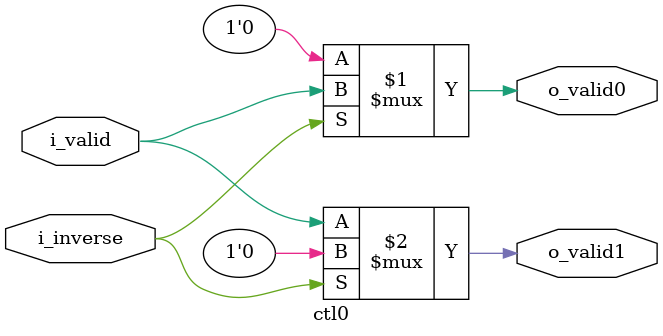
<source format=v>
module ctl0(
          i_inverse   ,
	  i_valid     ,
         
	  o_valid0    ,//to mux2
	  o_valid1     //to mux0 
);

// ********************************************
//                                             
//    INPUT / OUTPUT DECLARATION                                               
//                                                                             
// ********************************************  
input                       i_inverse;
input                       i_valid;
output			  o_valid0    ;//to mux2
output			  o_valid1    ;//to mux0 
wire			  o_valid0    ;//to mux2
wire			  o_valid1    ;//to mux0 

assign o_valid0 = i_inverse ? i_valid : 1'b0; 
assign o_valid1 = i_inverse ? 1'b0    : i_valid;  

endmodule 

</source>
